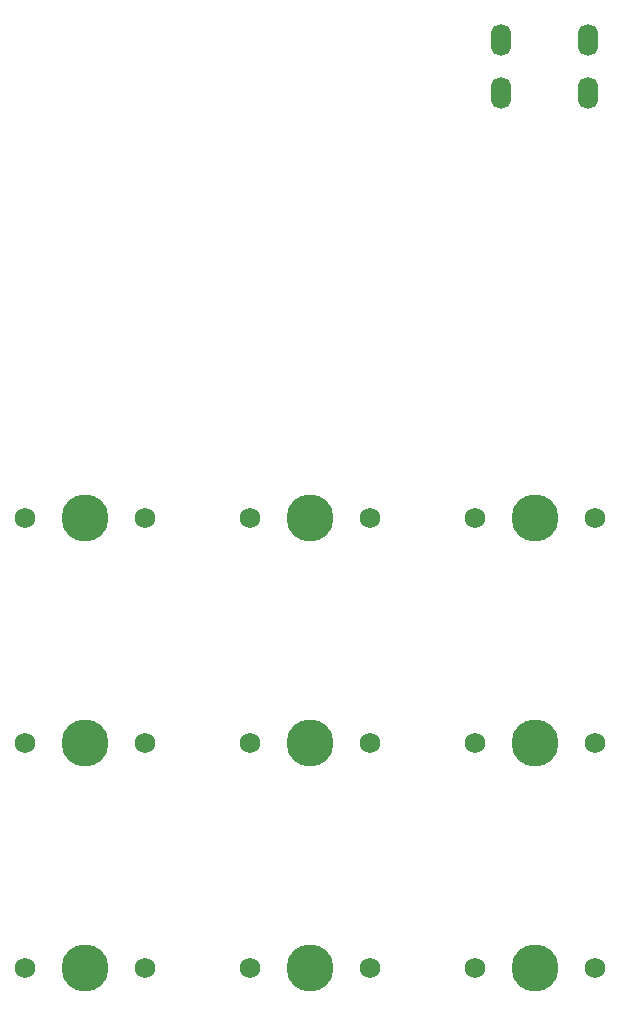
<source format=gbr>
%TF.GenerationSoftware,KiCad,Pcbnew,(5.1.9)-1*%
%TF.CreationDate,2021-02-16T15:15:00-07:00*%
%TF.ProjectId,keyboard_design_example,6b657962-6f61-4726-945f-64657369676e,rev?*%
%TF.SameCoordinates,Original*%
%TF.FileFunction,Soldermask,Top*%
%TF.FilePolarity,Negative*%
%FSLAX46Y46*%
G04 Gerber Fmt 4.6, Leading zero omitted, Abs format (unit mm)*
G04 Created by KiCad (PCBNEW (5.1.9)-1) date 2021-02-16 15:15:00*
%MOMM*%
%LPD*%
G01*
G04 APERTURE LIST*
%ADD10C,3.987800*%
%ADD11C,1.750000*%
%ADD12O,1.700000X2.700000*%
G04 APERTURE END LIST*
D10*
%TO.C,MX4*%
X22225000Y-168275000D03*
D11*
X17145000Y-168275000D03*
X27305000Y-168275000D03*
%TD*%
D10*
%TO.C,MX1*%
X22225000Y-149225000D03*
D11*
X17145000Y-149225000D03*
X27305000Y-149225000D03*
%TD*%
D10*
%TO.C,MX6*%
X60325000Y-168275000D03*
D11*
X55245000Y-168275000D03*
X65405000Y-168275000D03*
%TD*%
D10*
%TO.C,MX9*%
X60325000Y-187325000D03*
D11*
X55245000Y-187325000D03*
X65405000Y-187325000D03*
%TD*%
D10*
%TO.C,MX2*%
X41275000Y-149225000D03*
D11*
X36195000Y-149225000D03*
X46355000Y-149225000D03*
%TD*%
D10*
%TO.C,MX5*%
X41275000Y-168275000D03*
D11*
X36195000Y-168275000D03*
X46355000Y-168275000D03*
%TD*%
D10*
%TO.C,MX8*%
X41275000Y-187325000D03*
D11*
X36195000Y-187325000D03*
X46355000Y-187325000D03*
%TD*%
D10*
%TO.C,MX7*%
X22225000Y-187325000D03*
D11*
X17145000Y-187325000D03*
X27305000Y-187325000D03*
%TD*%
D10*
%TO.C,MX3*%
X60325000Y-149225000D03*
D11*
X55245000Y-149225000D03*
X65405000Y-149225000D03*
%TD*%
D12*
%TO.C,USB1*%
X57468750Y-108743750D03*
X64768750Y-108743750D03*
X64768750Y-113243750D03*
X57468750Y-113243750D03*
%TD*%
M02*

</source>
